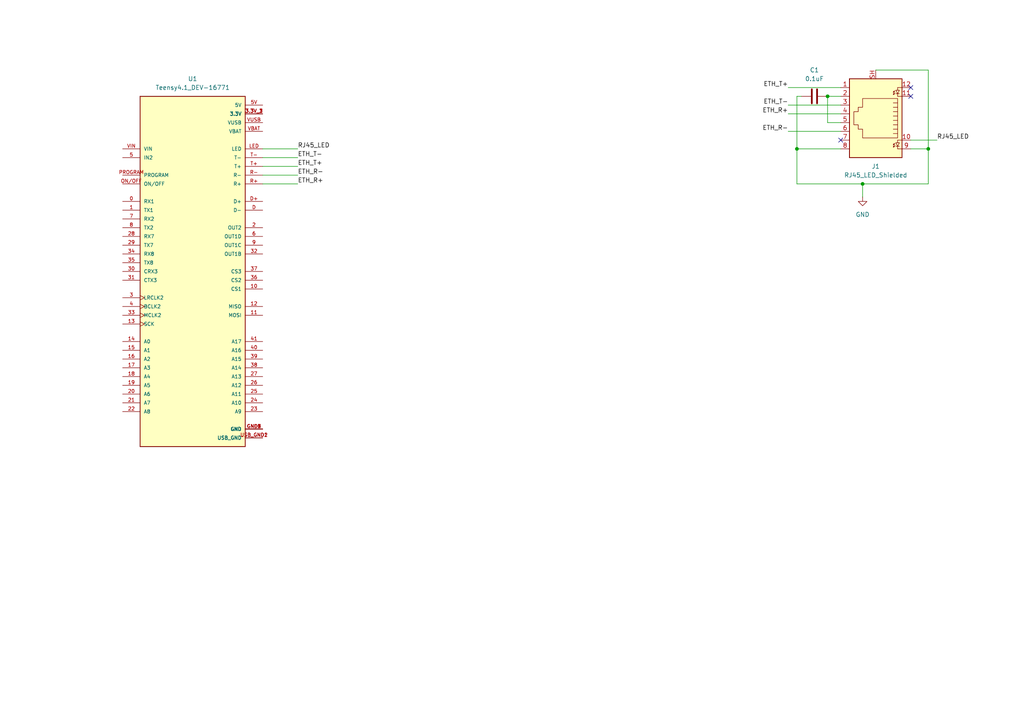
<source format=kicad_sch>
(kicad_sch (version 20231120) (generator "eeschema") (generator_version "8.0")
  (paper "A4")
  (lib_symbols
    (symbol "Connector:RJ45_LED_Shielded" (pin_names (offset 1.016))
      (property "Reference" "J" (at -5.08 13.97 0))
      (property "Value" "RJ45_LED_Shielded" (at 1.27 13.97 0))
      (symbol "RJ45_LED_Shielded_0_1"
        (polyline (pts (xy -7.62 -7.62) (xy -6.35 -7.62)))
        (polyline (pts (xy -7.62 -5.08) (xy -6.35 -5.08)))
        (polyline (pts (xy -7.62 7.62) (xy -6.35 7.62)))
        (polyline (pts (xy -7.62 10.16) (xy -6.35 10.16)))
        (polyline (pts (xy -6.858 -5.842) (xy -5.842 -5.842)))
        (polyline (pts (xy -6.858 9.398) (xy -5.842 9.398)))
        (polyline (pts (xy -6.35 -7.62) (xy -6.35 -6.858)))
        (polyline (pts (xy -6.35 -5.08) (xy -6.35 -5.842)))
        (polyline (pts (xy -6.35 7.62) (xy -6.35 8.382)))
        (polyline (pts (xy -6.35 10.16) (xy -6.35 9.398)))
        (polyline (pts (xy -5.08 -6.223) (xy -5.207 -6.604)))
        (polyline (pts (xy -5.08 -5.588) (xy -5.207 -5.969)))
        (polyline (pts (xy -5.08 4.445) (xy -6.35 4.445)))
        (polyline (pts (xy -5.08 5.715) (xy -6.35 5.715)))
        (polyline (pts (xy -5.08 9.017) (xy -5.207 8.636)))
        (polyline (pts (xy -5.08 9.652) (xy -5.207 9.271)))
        (polyline (pts (xy -6.35 -3.175) (xy -5.08 -3.175) (xy -5.08 -3.175)))
        (polyline (pts (xy -6.35 -1.905) (xy -5.08 -1.905) (xy -5.08 -1.905)))
        (polyline (pts (xy -6.35 -0.635) (xy -5.08 -0.635) (xy -5.08 -0.635)))
        (polyline (pts (xy -6.35 0.635) (xy -5.08 0.635) (xy -5.08 0.635)))
        (polyline (pts (xy -6.35 1.905) (xy -5.08 1.905) (xy -5.08 1.905)))
        (polyline (pts (xy -5.588 -6.731) (xy -5.08 -6.223) (xy -5.461 -6.35)))
        (polyline (pts (xy -5.588 -6.096) (xy -5.08 -5.588) (xy -5.461 -5.715)))
        (polyline (pts (xy -5.588 8.509) (xy -5.08 9.017) (xy -5.461 8.89)))
        (polyline (pts (xy -5.588 9.144) (xy -5.08 9.652) (xy -5.461 9.525)))
        (polyline (pts (xy -5.08 3.175) (xy -6.35 3.175) (xy -6.35 3.175)))
        (polyline (pts (xy -6.35 -5.842) (xy -6.858 -6.858) (xy -5.842 -6.858) (xy -6.35 -5.842)))
        (polyline (pts (xy -6.35 9.398) (xy -6.858 8.382) (xy -5.842 8.382) (xy -6.35 9.398)))
        (polyline (pts (xy -6.35 -4.445) (xy -6.35 6.985) (xy 3.81 6.985) (xy 3.81 4.445) (xy 5.08 4.445) (xy 5.08 3.175) (xy 6.35 3.175) (xy 6.35 -0.635) (xy 5.08 -0.635) (xy 5.08 -1.905) (xy 3.81 -1.905) (xy 3.81 -4.445) (xy -6.35 -4.445) (xy -6.35 -4.445)))
        (rectangle (start 7.62 12.7) (end -7.62 -10.16) (stroke (width 0.254)) (fill (type background)))
      )
      (symbol "RJ45_LED_Shielded_1_1"
        (pin passive line (at 10.16 -7.62 180) (length 2.54) (name "~") (number "1"))
        (pin passive line (at -10.16 7.62 0) (length 2.54) (name "~") (number "10"))
        (pin passive line (at -10.16 -5.08 0) (length 2.54) (name "~") (number "11"))
        (pin passive line (at -10.16 -7.62 0) (length 2.54) (name "~") (number "12"))
        (pin passive line (at 10.16 -5.08 180) (length 2.54) (name "~") (number "2"))
        (pin passive line (at 10.16 -2.54 180) (length 2.54) (name "~") (number "3"))
        (pin passive line (at 10.16 0 180) (length 2.54) (name "~") (number "4"))
        (pin passive line (at 10.16 2.54 180) (length 2.54) (name "~") (number "5"))
        (pin passive line (at 10.16 5.08 180) (length 2.54) (name "~") (number "6"))
        (pin passive line (at 10.16 7.62 180) (length 2.54) (name "~") (number "7"))
        (pin passive line (at 10.16 10.16 180) (length 2.54) (name "~") (number "8"))
        (pin passive line (at -10.16 10.16 0) (length 2.54) (name "~") (number "9"))
        (pin passive line (at 0 -12.7 90) (length 2.54) (name "~") (number "SH"))
      )
    )
    (symbol "Device:C" (pin_numbers hide) (pin_names (offset 0.254))
      (property "Reference" "C" (at 0.635 2.54 0))
      (property "Value" "C" (at 0.635 -2.54 0))
      (symbol "C_0_1"
        (polyline (pts (xy -2.032 -0.762) (xy 2.032 -0.762)) (stroke (width 0.508)))
        (polyline (pts (xy -2.032 0.762) (xy 2.032 0.762)) (stroke (width 0.508)))
      )
      (symbol "C_1_1"
        (pin passive line (at 0 3.81 270) (length 2.794) (name "~") (number "1"))
        (pin passive line (at 0 -3.81 90) (length 2.794) (name "~") (number "2"))
      )
    )
    (symbol "MRDT_Shields:Teensy4.1_DEV-16771" (pin_names (offset 1.016))
      (property "Reference" "U" (at -15.24 52.07 0))
      (property "Value" "Teensy4.1_DEV-16771" (at -15.24 -53.34 0))
      (symbol "Teensy4.1_DEV-16771_0_0"
        (rectangle (start -15.24 -50.8) (end 15.24 50.8) (stroke (width 0.254)) (fill (type background)))
        (pin bidirectional line (at -20.32 20.32 0) (length 5.08) (name "RX1") (number "0"))
        (pin bidirectional line (at -20.32 17.78 0) (length 5.08) (name "TX1") (number "1"))
        (pin bidirectional line (at 20.32 -5.08 180) (length 5.08) (name "CS1") (number "10"))
        (pin bidirectional line (at 20.32 -12.7 180) (length 5.08) (name "MOSI") (number "11"))
        (pin bidirectional line (at 20.32 -10.16 180) (length 5.08) (name "MISO") (number "12"))
        (pin bidirectional clock (at -20.32 -15.24 0) (length 5.08) (name "SCK") (number "13"))
        (pin bidirectional line (at -20.32 -20.32 0) (length 5.08) (name "A0") (number "14"))
        (pin bidirectional line (at -20.32 -22.86 0) (length 5.08) (name "A1") (number "15"))
        (pin bidirectional line (at -20.32 -25.4 0) (length 5.08) (name "A2") (number "16"))
        (pin bidirectional line (at -20.32 -27.94 0) (length 5.08) (name "A3") (number "17"))
        (pin bidirectional line (at -20.32 -30.48 0) (length 5.08) (name "A4") (number "18"))
        (pin bidirectional line (at -20.32 -33.02 0) (length 5.08) (name "A5") (number "19"))
        (pin output line (at 20.32 12.7 180) (length 5.08) (name "OUT2") (number "2"))
        (pin bidirectional line (at -20.32 -35.56 0) (length 5.08) (name "A6") (number "20"))
        (pin bidirectional line (at -20.32 -38.1 0) (length 5.08) (name "A7") (number "21"))
        (pin bidirectional line (at -20.32 -40.64 0) (length 5.08) (name "A8") (number "22"))
        (pin bidirectional line (at 20.32 -40.64 180) (length 5.08) (name "A9") (number "23"))
        (pin bidirectional line (at 20.32 -38.1 180) (length 5.08) (name "A10") (number "24"))
        (pin bidirectional line (at 20.32 -35.56 180) (length 5.08) (name "A11") (number "25"))
        (pin bidirectional line (at 20.32 -33.02 180) (length 5.08) (name "A12") (number "26"))
        (pin bidirectional line (at 20.32 -30.48 180) (length 5.08) (name "A13") (number "27"))
        (pin bidirectional line (at -20.32 10.16 0) (length 5.08) (name "RX7") (number "28"))
        (pin bidirectional line (at -20.32 7.62 0) (length 5.08) (name "TX7") (number "29"))
        (pin bidirectional clock (at -20.32 -7.62 0) (length 5.08) (name "LRCLK2") (number "3"))
        (pin power_in line (at 20.32 45.72 180) (length 5.08) (name "3.3V") (number "3.3V_1"))
        (pin power_in line (at 20.32 45.72 180) (length 5.08) (name "3.3V") (number "3.3V_2"))
        (pin power_in line (at 20.32 45.72 180) (length 5.08) (name "3.3V") (number "3.3V_3"))
        (pin bidirectional line (at -20.32 0 0) (length 5.08) (name "CRX3") (number "30"))
        (pin bidirectional line (at -20.32 -2.54 0) (length 5.08) (name "CTX3") (number "31"))
        (pin output line (at 20.32 5.08 180) (length 5.08) (name "OUT1B") (number "32"))
        (pin bidirectional clock (at -20.32 -12.7 0) (length 5.08) (name "MCLK2") (number "33"))
        (pin bidirectional line (at -20.32 5.08 0) (length 5.08) (name "RX8") (number "34"))
        (pin bidirectional line (at -20.32 2.54 0) (length 5.08) (name "TX8") (number "35"))
        (pin bidirectional line (at 20.32 -2.54 180) (length 5.08) (name "CS2") (number "36"))
        (pin bidirectional line (at 20.32 0 180) (length 5.08) (name "CS3") (number "37"))
        (pin bidirectional line (at 20.32 -27.94 180) (length 5.08) (name "A14") (number "38"))
        (pin bidirectional line (at 20.32 -25.4 180) (length 5.08) (name "A15") (number "39"))
        (pin bidirectional clock (at -20.32 -10.16 0) (length 5.08) (name "BCLK2") (number "4"))
        (pin bidirectional line (at 20.32 -22.86 180) (length 5.08) (name "A16") (number "40"))
        (pin bidirectional line (at 20.32 -20.32 180) (length 5.08) (name "A17") (number "41"))
        (pin bidirectional line (at -20.32 33.02 0) (length 5.08) (name "IN2") (number "5"))
        (pin power_in line (at 20.32 48.26 180) (length 5.08) (name "5V") (number "5V"))
        (pin output line (at 20.32 10.16 180) (length 5.08) (name "OUT1D") (number "6"))
        (pin bidirectional line (at -20.32 15.24 0) (length 5.08) (name "RX2") (number "7"))
        (pin bidirectional line (at -20.32 12.7 0) (length 5.08) (name "TX2") (number "8"))
        (pin output line (at 20.32 7.62 180) (length 5.08) (name "OUT1C") (number "9"))
        (pin bidirectional line (at 20.32 17.78 180) (length 5.08) (name "D-") (number "D"))
        (pin bidirectional line (at 20.32 20.32 180) (length 5.08) (name "D+") (number "D+"))
        (pin power_in line (at 20.32 -45.72 180) (length 5.08) (name "GND") (number "GND1"))
        (pin power_in line (at 20.32 -45.72 180) (length 5.08) (name "GND") (number "GND2"))
        (pin power_in line (at 20.32 -45.72 180) (length 5.08) (name "GND") (number "GND3"))
        (pin power_in line (at 20.32 -45.72 180) (length 5.08) (name "GND") (number "GND4"))
        (pin power_in line (at 20.32 -45.72 180) (length 5.08) (name "GND") (number "GND5"))
        (pin bidirectional line (at 20.32 35.56 180) (length 5.08) (name "LED") (number "LED"))
        (pin bidirectional line (at -20.32 25.4 0) (length 5.08) (name "ON/OFF") (number "ON/OFF"))
        (pin bidirectional line (at -20.32 27.94 0) (length 5.08) (name "PROGRAM") (number "PROGRAM"))
        (pin bidirectional line (at 20.32 25.4 180) (length 5.08) (name "R+") (number "R+"))
        (pin bidirectional line (at 20.32 27.94 180) (length 5.08) (name "R-") (number "R-"))
        (pin bidirectional line (at 20.32 30.48 180) (length 5.08) (name "T+") (number "T+"))
        (pin bidirectional line (at 20.32 33.02 180) (length 5.08) (name "T-") (number "T-"))
        (pin power_in line (at 20.32 -48.26 180) (length 5.08) (name "USB_GND") (number "USB_GND1"))
        (pin power_in line (at 20.32 -48.26 180) (length 5.08) (name "USB_GND") (number "USB_GND2"))
        (pin passive line (at 20.32 40.64 180) (length 5.08) (name "VBAT") (number "VBAT"))
        (pin input line (at -20.32 35.56 0) (length 5.08) (name "VIN") (number "VIN"))
        (pin passive line (at 20.32 43.18 180) (length 5.08) (name "VUSB") (number "VUSB"))
      )
    )
    (symbol "power:GND" (power) (pin_numbers hide) (pin_names (offset 0) hide)
      (property "Value" "GND" (at 0 -3.81 0))
      (symbol "GND_0_1"
        (polyline (pts (xy 0 0) (xy 0 -1.27) (xy 1.27 -1.27) (xy 0 -2.54) (xy -1.27 -1.27) (xy 0 -1.27)))
      )
      (symbol "GND_1_1"
        (pin power_in line (at 0 0 270) (length 0) (name "~") (number "1"))
      )
    )
  )
  (junction (at 240.03 27.94))
  (junction (at 250.19 53.34))
  (junction (at 269.24 43.18))
  (junction (at 231.14 43.18))
  (no_connect (at 264.16 27.94))
  (no_connect (at 264.16 25.4))
  (no_connect (at 243.84 40.64))
  (wire (pts (xy 76.2 45.72) (xy 86.36 45.72)))
  (wire (pts (xy 228.6 30.48) (xy 243.84 30.48)))
  (wire (pts (xy 232.41 27.94) (xy 231.14 27.94)))
  (wire (pts (xy 250.19 53.34) (xy 250.19 57.15)))
  (wire (pts (xy 240.03 35.56) (xy 243.84 35.56)))
  (wire (pts (xy 264.16 43.18) (xy 269.24 43.18)))
  (wire (pts (xy 76.2 48.26) (xy 86.36 48.26)))
  (wire (pts (xy 228.6 25.4) (xy 243.84 25.4)))
  (wire (pts (xy 231.14 43.18) (xy 231.14 53.34)))
  (wire (pts (xy 264.16 40.64) (xy 271.78 40.64)))
  (wire (pts (xy 269.24 43.18) (xy 269.24 53.34)))
  (wire (pts (xy 269.24 53.34) (xy 250.19 53.34)))
  (wire (pts (xy 76.2 50.8) (xy 86.36 50.8)))
  (wire (pts (xy 228.6 33.02) (xy 243.84 33.02)))
  (wire (pts (xy 76.2 43.18) (xy 86.36 43.18)))
  (wire (pts (xy 76.2 53.34) (xy 86.36 53.34)))
  (wire (pts (xy 228.6 38.1) (xy 243.84 38.1)))
  (wire (pts (xy 243.84 27.94) (xy 240.03 27.94)))
  (wire (pts (xy 240.03 27.94) (xy 240.03 35.56)))
  (wire (pts (xy 269.24 43.18) (xy 269.24 20.32)))
  (wire (pts (xy 250.19 53.34) (xy 231.14 53.34)))
  (wire (pts (xy 231.14 27.94) (xy 231.14 43.18)))
  (wire (pts (xy 269.24 20.32) (xy 254 20.32)))
  (wire (pts (xy 243.84 43.18) (xy 231.14 43.18)))
  (label "ETH_R-" (at 228.6 38.1 180))
  (label "RJ45_LED" (at 86.36 43.18 0))
  (label "ETH_R+" (at 228.6 33.02 180))
  (label "ETH_R-" (at 86.36 50.8 0))
  (label "ETH_T+" (at 228.6 25.4 180))
  (label "ETH_R+" (at 86.36 53.34 0))
  (label "ETH_T+" (at 86.36 48.26 0))
  (label "ETH_T-" (at 86.36 45.72 0))
  (label "RJ45_LED" (at 271.78 40.64 0))
  (label "ETH_T-" (at 228.6 30.48 180))
  (symbol (lib_id "Connector:RJ45_LED_Shielded") (at 254 33.02 180) (unit 1)
    (property "Reference" "J1" (at 254 48.26 0))
    (property "Value" "RJ45_LED_Shielded" (at 254 50.8 0))
    (property "Description" "RJ connector, 8P8C (8 positions 8 connected), two LEDs, Shielded" (effects (hide yes)))
  )
  (symbol (lib_id "power:GND") (at 250.19 57.15 0) (unit 1)
    (property "Reference" "#PWR01" (effects (hide yes)))
    (property "Value" "GND" (at 250.19 62.23 0))
    (property "Description" "Power symbol creates a global label with name \"GND\" , ground" (effects (hide yes)))
  )
  (symbol (lib_id "Device:C") (at 236.22 27.94 90) (unit 1)
    (property "Reference" "C1" (at 236.22 20.32 90))
    (property "Value" "0.1uF" (at 236.22 22.86 90))
    (property "Description" "Unpolarized capacitor" (effects (hide yes)))
  )
  (symbol (lib_id "MRDT_Shields:Teensy4.1_DEV-16771") (at 55.88 78.74 0) (unit 1)
    (property "Reference" "U1" (at 55.88 22.86 0))
    (property "Value" "Teensy4.1_DEV-16771" (at 55.88 25.4 0))
    (property "Footprint" "MODULE_DEV-16771" (effects (hide yes)))
    (property "STANDARD" "Manufacturer recommendations" (effects (hide yes)))
    (property "MAXIMUM_PACKAGE_HEIGHT" "4.07mm" (effects (hide yes)))
    (property "MANUFACTURER" "SparkFun Electronics" (effects (hide yes)))
    (property "PARTREV" "4.1" (effects (hide yes)))
  )
)
</source>
